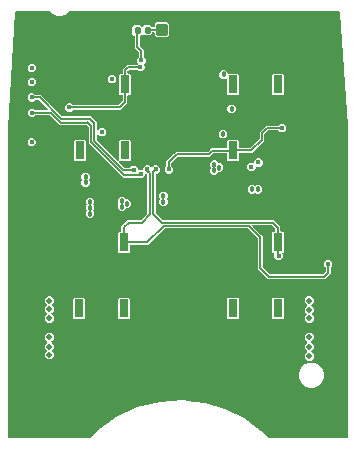
<source format=gbr>
G04 EAGLE Gerber RS-274X export*
G75*
%MOMM*%
%FSLAX34Y34*%
%LPD*%
%INBottom Copper*%
%IPPOS*%
%AMOC8*
5,1,8,0,0,1.08239X$1,22.5*%
G01*
%ADD10R,0.762000X1.524000*%
%ADD11C,0.270000*%
%ADD12C,0.300000*%
%ADD13C,0.457200*%
%ADD14C,0.453200*%
%ADD15C,0.450000*%
%ADD16C,0.503200*%
%ADD17C,0.152400*%

G36*
X72767Y5379D02*
X72767Y5379D01*
X72865Y5388D01*
X72888Y5398D01*
X72912Y5402D01*
X72999Y5449D01*
X73090Y5489D01*
X73113Y5509D01*
X73130Y5518D01*
X73152Y5541D01*
X73218Y5596D01*
X79175Y11794D01*
X95349Y23308D01*
X113378Y31620D01*
X132637Y36443D01*
X152456Y37609D01*
X161018Y36508D01*
X162301Y36343D01*
X171096Y35213D01*
X188078Y30100D01*
X203991Y22273D01*
X218408Y11945D01*
X224543Y5798D01*
X224672Y5669D01*
X224755Y5586D01*
X224829Y5533D01*
X224899Y5473D01*
X224929Y5461D01*
X224955Y5442D01*
X225042Y5415D01*
X225127Y5381D01*
X225168Y5377D01*
X225190Y5370D01*
X225222Y5371D01*
X225294Y5363D01*
X290876Y5363D01*
X290896Y5366D01*
X290915Y5364D01*
X291017Y5386D01*
X291119Y5402D01*
X291136Y5412D01*
X291156Y5416D01*
X291245Y5469D01*
X291336Y5518D01*
X291350Y5532D01*
X291367Y5542D01*
X291434Y5621D01*
X291506Y5696D01*
X291514Y5714D01*
X291527Y5729D01*
X291566Y5825D01*
X291609Y5919D01*
X291611Y5939D01*
X291619Y5957D01*
X291637Y6124D01*
X291637Y269887D01*
X291634Y269908D01*
X291635Y269942D01*
X284730Y365636D01*
X284713Y365705D01*
X284706Y365776D01*
X284685Y365824D01*
X284672Y365875D01*
X284657Y365899D01*
X284651Y366221D01*
X284650Y366228D01*
X284651Y366235D01*
X284650Y366239D01*
X284651Y366246D01*
X284627Y366354D01*
X284607Y366463D01*
X284601Y366474D01*
X284598Y366486D01*
X284542Y366581D01*
X284488Y366678D01*
X284479Y366686D01*
X284472Y366697D01*
X284388Y366769D01*
X284307Y366844D01*
X284295Y366849D01*
X284285Y366857D01*
X284183Y366898D01*
X284082Y366943D01*
X284069Y366944D01*
X284057Y366949D01*
X283890Y366968D01*
X56155Y366968D01*
X56064Y366953D01*
X55974Y366946D01*
X55944Y366933D01*
X55912Y366928D01*
X55831Y366885D01*
X55747Y366849D01*
X55715Y366824D01*
X55694Y366813D01*
X55684Y366802D01*
X55683Y366802D01*
X55670Y366788D01*
X55616Y366745D01*
X53765Y364893D01*
X49869Y363279D01*
X45651Y363279D01*
X41755Y364893D01*
X39904Y366745D01*
X39830Y366798D01*
X39760Y366857D01*
X39730Y366869D01*
X39704Y366888D01*
X39617Y366915D01*
X39532Y366949D01*
X39491Y366954D01*
X39469Y366961D01*
X39437Y366960D01*
X39365Y366968D01*
X11022Y366968D01*
X10903Y366948D01*
X10785Y366930D01*
X10782Y366928D01*
X10779Y366928D01*
X10673Y366871D01*
X10567Y366816D01*
X10565Y366814D01*
X10562Y366813D01*
X10479Y366726D01*
X10396Y366639D01*
X10395Y366637D01*
X10392Y366634D01*
X10342Y366525D01*
X10291Y366417D01*
X10290Y366414D01*
X10289Y366411D01*
X10288Y366400D01*
X10262Y366252D01*
X4364Y267952D01*
X4366Y267934D01*
X4363Y267906D01*
X4363Y6124D01*
X4366Y6104D01*
X4364Y6085D01*
X4386Y5983D01*
X4402Y5881D01*
X4412Y5864D01*
X4416Y5844D01*
X4469Y5755D01*
X4518Y5664D01*
X4532Y5650D01*
X4542Y5633D01*
X4621Y5566D01*
X4696Y5494D01*
X4714Y5486D01*
X4729Y5473D01*
X4825Y5434D01*
X4919Y5391D01*
X4939Y5389D01*
X4957Y5381D01*
X5124Y5363D01*
X72670Y5363D01*
X72767Y5379D01*
G37*
%LPC*%
G36*
X224036Y140074D02*
X224036Y140074D01*
X215450Y148660D01*
X215450Y174228D01*
X215435Y174318D01*
X215428Y174409D01*
X215415Y174439D01*
X215410Y174471D01*
X215367Y174552D01*
X215331Y174635D01*
X215306Y174668D01*
X215295Y174688D01*
X215271Y174710D01*
X215227Y174766D01*
X207043Y182950D01*
X206969Y183003D01*
X206899Y183063D01*
X206869Y183075D01*
X206843Y183094D01*
X206756Y183121D01*
X206671Y183155D01*
X206630Y183159D01*
X206608Y183166D01*
X206576Y183165D01*
X206504Y183173D01*
X137016Y183173D01*
X136926Y183159D01*
X136835Y183151D01*
X136805Y183139D01*
X136773Y183134D01*
X136692Y183091D01*
X136608Y183055D01*
X136576Y183029D01*
X136555Y183018D01*
X136533Y182995D01*
X136477Y182950D01*
X122684Y169157D01*
X107884Y169157D01*
X107864Y169154D01*
X107845Y169156D01*
X107743Y169134D01*
X107641Y169118D01*
X107624Y169108D01*
X107604Y169104D01*
X107515Y169051D01*
X107424Y169002D01*
X107410Y168988D01*
X107393Y168978D01*
X107326Y168899D01*
X107254Y168824D01*
X107246Y168806D01*
X107233Y168791D01*
X107194Y168695D01*
X107151Y168601D01*
X107149Y168581D01*
X107141Y168563D01*
X107123Y168396D01*
X107123Y163044D01*
X106378Y162299D01*
X97706Y162299D01*
X96961Y163044D01*
X96961Y179336D01*
X97706Y180081D01*
X99248Y180081D01*
X99268Y180084D01*
X99287Y180082D01*
X99389Y180104D01*
X99491Y180120D01*
X99508Y180130D01*
X99528Y180134D01*
X99617Y180187D01*
X99708Y180236D01*
X99722Y180250D01*
X99739Y180260D01*
X99806Y180339D01*
X99878Y180414D01*
X99886Y180432D01*
X99899Y180447D01*
X99938Y180543D01*
X99981Y180637D01*
X99983Y180657D01*
X99991Y180675D01*
X100009Y180842D01*
X100009Y184884D01*
X105158Y190033D01*
X115843Y190033D01*
X115933Y190047D01*
X116024Y190055D01*
X116053Y190067D01*
X116085Y190072D01*
X116166Y190115D01*
X116250Y190151D01*
X116282Y190177D01*
X116303Y190188D01*
X116325Y190211D01*
X116381Y190256D01*
X121744Y195619D01*
X121797Y195693D01*
X121857Y195762D01*
X121869Y195793D01*
X121888Y195819D01*
X121915Y195906D01*
X121949Y195991D01*
X121953Y196032D01*
X121960Y196054D01*
X121959Y196086D01*
X121967Y196157D01*
X121967Y228718D01*
X121964Y228738D01*
X121966Y228757D01*
X121944Y228859D01*
X121928Y228961D01*
X121918Y228978D01*
X121914Y228998D01*
X121861Y229087D01*
X121812Y229178D01*
X121798Y229192D01*
X121788Y229209D01*
X121709Y229276D01*
X121634Y229348D01*
X121616Y229356D01*
X121601Y229369D01*
X121505Y229408D01*
X121411Y229451D01*
X121391Y229453D01*
X121373Y229461D01*
X121206Y229479D01*
X121033Y229479D01*
X121013Y229476D01*
X120994Y229478D01*
X120892Y229456D01*
X120790Y229440D01*
X120773Y229430D01*
X120753Y229426D01*
X120664Y229373D01*
X120573Y229324D01*
X120559Y229310D01*
X120542Y229300D01*
X120475Y229221D01*
X120404Y229146D01*
X120395Y229128D01*
X120382Y229113D01*
X120343Y229017D01*
X120300Y228923D01*
X120298Y228903D01*
X120290Y228885D01*
X120272Y228718D01*
X120272Y227950D01*
X118209Y225888D01*
X115281Y225888D01*
X115249Y225911D01*
X115180Y225970D01*
X115150Y225982D01*
X115123Y226001D01*
X115036Y226028D01*
X114952Y226062D01*
X114911Y226067D01*
X114888Y226074D01*
X114856Y226073D01*
X114785Y226081D01*
X101093Y226081D01*
X72173Y255001D01*
X72173Y268843D01*
X72159Y268933D01*
X72151Y269024D01*
X72139Y269053D01*
X72134Y269085D01*
X72091Y269166D01*
X72055Y269250D01*
X72029Y269282D01*
X72018Y269303D01*
X71995Y269325D01*
X71950Y269381D01*
X70984Y270347D01*
X70910Y270400D01*
X70841Y270460D01*
X70810Y270472D01*
X70784Y270491D01*
X70697Y270518D01*
X70612Y270552D01*
X70571Y270556D01*
X70549Y270563D01*
X70517Y270562D01*
X70446Y270570D01*
X47604Y270570D01*
X39405Y278769D01*
X39331Y278822D01*
X39262Y278881D01*
X39232Y278893D01*
X39206Y278912D01*
X39119Y278939D01*
X39034Y278973D01*
X38993Y278978D01*
X38970Y278985D01*
X38938Y278984D01*
X38867Y278992D01*
X27286Y278992D01*
X27196Y278977D01*
X27105Y278970D01*
X27075Y278957D01*
X27043Y278952D01*
X26963Y278909D01*
X26879Y278873D01*
X26847Y278848D01*
X26826Y278837D01*
X26804Y278813D01*
X26748Y278769D01*
X25458Y277479D01*
X22542Y277479D01*
X20479Y279542D01*
X20479Y282458D01*
X22542Y284521D01*
X25458Y284521D01*
X26699Y283280D01*
X26773Y283227D01*
X26842Y283167D01*
X26873Y283155D01*
X26899Y283136D01*
X26986Y283110D01*
X27071Y283076D01*
X27112Y283071D01*
X27134Y283064D01*
X27166Y283065D01*
X27237Y283057D01*
X37230Y283057D01*
X37301Y283069D01*
X37373Y283070D01*
X37422Y283088D01*
X37473Y283097D01*
X37537Y283130D01*
X37604Y283155D01*
X37645Y283187D01*
X37691Y283212D01*
X37740Y283264D01*
X37796Y283309D01*
X37824Y283352D01*
X37860Y283390D01*
X37890Y283455D01*
X37929Y283516D01*
X37942Y283566D01*
X37964Y283613D01*
X37971Y283685D01*
X37989Y283754D01*
X37985Y283806D01*
X37991Y283858D01*
X37975Y283928D01*
X37970Y283999D01*
X37949Y284047D01*
X37938Y284098D01*
X37902Y284160D01*
X37874Y284226D01*
X37829Y284282D01*
X37812Y284309D01*
X37794Y284324D01*
X37769Y284357D01*
X30381Y291744D01*
X30307Y291797D01*
X30238Y291857D01*
X30207Y291869D01*
X30181Y291888D01*
X30094Y291915D01*
X30009Y291949D01*
X29968Y291953D01*
X29946Y291960D01*
X29914Y291959D01*
X29843Y291967D01*
X27262Y291967D01*
X27172Y291953D01*
X27081Y291945D01*
X27051Y291933D01*
X27019Y291928D01*
X26938Y291885D01*
X26854Y291849D01*
X26822Y291823D01*
X26802Y291812D01*
X26779Y291789D01*
X26723Y291744D01*
X25458Y290479D01*
X22542Y290479D01*
X20479Y292542D01*
X20479Y295458D01*
X22542Y297521D01*
X25458Y297521D01*
X26723Y296256D01*
X26797Y296203D01*
X26867Y296143D01*
X26897Y296131D01*
X26923Y296112D01*
X27010Y296085D01*
X27095Y296051D01*
X27136Y296047D01*
X27158Y296040D01*
X27190Y296041D01*
X27262Y296033D01*
X31842Y296033D01*
X49619Y278256D01*
X49693Y278203D01*
X49762Y278143D01*
X49793Y278131D01*
X49819Y278112D01*
X49906Y278085D01*
X49991Y278051D01*
X50032Y278047D01*
X50054Y278040D01*
X50086Y278041D01*
X50157Y278033D01*
X73842Y278033D01*
X79033Y272842D01*
X79033Y267308D01*
X79044Y267237D01*
X79046Y267165D01*
X79064Y267116D01*
X79072Y267065D01*
X79106Y267002D01*
X79131Y266934D01*
X79163Y266894D01*
X79188Y266848D01*
X79240Y266798D01*
X79284Y266742D01*
X79328Y266714D01*
X79366Y266678D01*
X79431Y266648D01*
X79491Y266609D01*
X79542Y266597D01*
X79589Y266575D01*
X79660Y266567D01*
X79730Y266549D01*
X79782Y266553D01*
X79833Y266548D01*
X79904Y266563D01*
X79975Y266568D01*
X80023Y266589D01*
X80074Y266600D01*
X80135Y266637D01*
X80201Y266665D01*
X80257Y266710D01*
X80285Y266726D01*
X80300Y266744D01*
X80332Y266770D01*
X81984Y268421D01*
X84914Y268421D01*
X86985Y266349D01*
X86985Y263419D01*
X84914Y261348D01*
X81984Y261348D01*
X80332Y262999D01*
X80274Y263041D01*
X80222Y263090D01*
X80175Y263112D01*
X80133Y263142D01*
X80064Y263164D01*
X79999Y263194D01*
X79947Y263200D01*
X79897Y263215D01*
X79826Y263213D01*
X79755Y263221D01*
X79704Y263210D01*
X79652Y263208D01*
X79584Y263184D01*
X79514Y263169D01*
X79469Y263142D01*
X79421Y263124D01*
X79365Y263079D01*
X79303Y263042D01*
X79269Y263003D01*
X79229Y262970D01*
X79190Y262910D01*
X79143Y262856D01*
X79124Y262807D01*
X79096Y262763D01*
X79078Y262694D01*
X79051Y262627D01*
X79043Y262556D01*
X79035Y262525D01*
X79037Y262502D01*
X79033Y262461D01*
X79033Y258157D01*
X79047Y258067D01*
X79055Y257976D01*
X79067Y257947D01*
X79072Y257915D01*
X79115Y257834D01*
X79151Y257750D01*
X79177Y257718D01*
X79188Y257697D01*
X79211Y257675D01*
X79256Y257619D01*
X96662Y240213D01*
X96720Y240171D01*
X96772Y240122D01*
X96819Y240100D01*
X96861Y240069D01*
X96930Y240048D01*
X96995Y240018D01*
X97047Y240012D01*
X97097Y239997D01*
X97168Y239999D01*
X97239Y239991D01*
X97290Y240002D01*
X97342Y240003D01*
X97410Y240028D01*
X97480Y240043D01*
X97525Y240070D01*
X97573Y240088D01*
X97629Y240133D01*
X97691Y240169D01*
X97725Y240209D01*
X97765Y240242D01*
X97804Y240302D01*
X97851Y240356D01*
X97870Y240405D01*
X97898Y240449D01*
X97916Y240518D01*
X97943Y240585D01*
X97951Y240656D01*
X97959Y240687D01*
X97957Y240710D01*
X97961Y240751D01*
X97961Y257205D01*
X98706Y257950D01*
X107378Y257950D01*
X108123Y257205D01*
X108123Y240913D01*
X107378Y240168D01*
X98544Y240168D01*
X98474Y240157D01*
X98402Y240155D01*
X98353Y240137D01*
X98302Y240129D01*
X98238Y240095D01*
X98171Y240070D01*
X98130Y240038D01*
X98084Y240013D01*
X98035Y239961D01*
X97979Y239917D01*
X97951Y239873D01*
X97915Y239835D01*
X97885Y239770D01*
X97846Y239710D01*
X97833Y239659D01*
X97811Y239612D01*
X97803Y239541D01*
X97786Y239471D01*
X97790Y239419D01*
X97784Y239368D01*
X97799Y239297D01*
X97805Y239226D01*
X97825Y239178D01*
X97836Y239127D01*
X97873Y239066D01*
X97901Y239000D01*
X97946Y238944D01*
X97962Y238916D01*
X97980Y238901D01*
X98006Y238869D01*
X102117Y234758D01*
X102191Y234705D01*
X102260Y234645D01*
X102290Y234633D01*
X102317Y234614D01*
X102404Y234587D01*
X102488Y234553D01*
X102529Y234549D01*
X102552Y234542D01*
X102584Y234543D01*
X102655Y234535D01*
X106970Y234535D01*
X107060Y234550D01*
X107151Y234557D01*
X107181Y234569D01*
X107213Y234575D01*
X107293Y234617D01*
X107377Y234653D01*
X107409Y234679D01*
X107430Y234690D01*
X107452Y234713D01*
X107508Y234758D01*
X108773Y236023D01*
X111690Y236023D01*
X113752Y233961D01*
X113752Y233227D01*
X113764Y233156D01*
X113766Y233085D01*
X113784Y233036D01*
X113792Y232984D01*
X113826Y232921D01*
X113850Y232854D01*
X113883Y232813D01*
X113907Y232767D01*
X113959Y232717D01*
X114004Y232662D01*
X114048Y232633D01*
X114086Y232598D01*
X114151Y232567D01*
X114211Y232529D01*
X114261Y232516D01*
X114309Y232494D01*
X114380Y232486D01*
X114449Y232468D01*
X114501Y232473D01*
X114553Y232467D01*
X114623Y232482D01*
X114695Y232488D01*
X114742Y232508D01*
X114793Y232519D01*
X114855Y232556D01*
X114921Y232584D01*
X114977Y232629D01*
X115005Y232645D01*
X115020Y232663D01*
X115052Y232689D01*
X115293Y232930D01*
X117718Y232930D01*
X117738Y232933D01*
X117757Y232931D01*
X117859Y232953D01*
X117961Y232969D01*
X117978Y232979D01*
X117998Y232983D01*
X118087Y233036D01*
X118178Y233084D01*
X118192Y233099D01*
X118209Y233109D01*
X118276Y233188D01*
X118348Y233263D01*
X118356Y233281D01*
X118369Y233296D01*
X118408Y233392D01*
X118451Y233486D01*
X118453Y233506D01*
X118461Y233524D01*
X118479Y233691D01*
X118479Y234458D01*
X120542Y236521D01*
X123458Y236521D01*
X124962Y235017D01*
X124978Y235006D01*
X124990Y234990D01*
X125078Y234934D01*
X125161Y234874D01*
X125180Y234868D01*
X125197Y234857D01*
X125298Y234832D01*
X125397Y234801D01*
X125416Y234802D01*
X125436Y234797D01*
X125539Y234805D01*
X125642Y234808D01*
X125661Y234815D01*
X125681Y234816D01*
X125776Y234857D01*
X125873Y234892D01*
X125889Y234905D01*
X125907Y234913D01*
X126038Y235017D01*
X127542Y236521D01*
X130458Y236521D01*
X132521Y234458D01*
X132521Y231542D01*
X130458Y229479D01*
X129794Y229479D01*
X129774Y229476D01*
X129755Y229478D01*
X129653Y229456D01*
X129551Y229440D01*
X129534Y229430D01*
X129514Y229426D01*
X129425Y229373D01*
X129334Y229324D01*
X129320Y229310D01*
X129303Y229300D01*
X129236Y229221D01*
X129164Y229146D01*
X129156Y229128D01*
X129143Y229113D01*
X129104Y229017D01*
X129061Y228923D01*
X129059Y228903D01*
X129051Y228885D01*
X129033Y228718D01*
X129033Y196527D01*
X129047Y196437D01*
X129055Y196346D01*
X129067Y196317D01*
X129072Y196285D01*
X129115Y196204D01*
X129151Y196120D01*
X129177Y196088D01*
X129188Y196067D01*
X129211Y196045D01*
X129256Y195989D01*
X134989Y190256D01*
X135063Y190203D01*
X135132Y190143D01*
X135163Y190131D01*
X135189Y190112D01*
X135276Y190085D01*
X135361Y190051D01*
X135402Y190047D01*
X135424Y190040D01*
X135456Y190041D01*
X135527Y190033D01*
X228842Y190033D01*
X234329Y184546D01*
X234329Y181170D01*
X234332Y181150D01*
X234330Y181131D01*
X234352Y181029D01*
X234368Y180927D01*
X234378Y180910D01*
X234382Y180890D01*
X234435Y180801D01*
X234484Y180710D01*
X234498Y180696D01*
X234508Y180679D01*
X234587Y180612D01*
X234662Y180540D01*
X234680Y180532D01*
X234695Y180519D01*
X234791Y180480D01*
X234885Y180437D01*
X234905Y180435D01*
X234923Y180427D01*
X235090Y180409D01*
X236632Y180409D01*
X237377Y179664D01*
X237377Y163372D01*
X236530Y162525D01*
X236519Y162509D01*
X236503Y162497D01*
X236447Y162409D01*
X236387Y162326D01*
X236381Y162306D01*
X236370Y162290D01*
X236345Y162189D01*
X236314Y162090D01*
X236315Y162070D01*
X236310Y162051D01*
X236318Y161948D01*
X236321Y161845D01*
X236328Y161826D01*
X236329Y161806D01*
X236370Y161711D01*
X236405Y161614D01*
X236418Y161598D01*
X236426Y161580D01*
X236521Y161461D01*
X236521Y158542D01*
X234458Y156479D01*
X231542Y156479D01*
X229479Y158542D01*
X229479Y161509D01*
X229492Y161527D01*
X229513Y161596D01*
X229544Y161661D01*
X229549Y161713D01*
X229565Y161762D01*
X229563Y161834D01*
X229571Y161905D01*
X229560Y161956D01*
X229558Y162008D01*
X229534Y162076D01*
X229518Y162146D01*
X229492Y162190D01*
X229474Y162239D01*
X229429Y162295D01*
X229392Y162357D01*
X229353Y162391D01*
X229320Y162431D01*
X229260Y162470D01*
X229205Y162517D01*
X229157Y162536D01*
X229113Y162564D01*
X229044Y162582D01*
X228977Y162609D01*
X228906Y162617D01*
X228875Y162625D01*
X228851Y162623D01*
X228810Y162627D01*
X227960Y162627D01*
X227215Y163372D01*
X227215Y179664D01*
X227960Y180409D01*
X229502Y180409D01*
X229522Y180412D01*
X229541Y180410D01*
X229643Y180432D01*
X229745Y180448D01*
X229762Y180458D01*
X229782Y180462D01*
X229871Y180515D01*
X229962Y180564D01*
X229976Y180578D01*
X229993Y180588D01*
X230060Y180667D01*
X230132Y180742D01*
X230140Y180760D01*
X230153Y180775D01*
X230192Y180871D01*
X230235Y180965D01*
X230237Y180985D01*
X230245Y181003D01*
X230263Y181170D01*
X230263Y182547D01*
X230249Y182637D01*
X230241Y182728D01*
X230229Y182757D01*
X230224Y182789D01*
X230181Y182870D01*
X230145Y182954D01*
X230119Y182986D01*
X230108Y183007D01*
X230085Y183029D01*
X230040Y183085D01*
X227381Y185744D01*
X227307Y185797D01*
X227238Y185857D01*
X227207Y185869D01*
X227181Y185888D01*
X227094Y185915D01*
X227009Y185949D01*
X226968Y185953D01*
X226946Y185960D01*
X226914Y185959D01*
X226843Y185967D01*
X211613Y185967D01*
X211542Y185956D01*
X211471Y185954D01*
X211422Y185936D01*
X211370Y185928D01*
X211307Y185894D01*
X211240Y185869D01*
X211199Y185837D01*
X211153Y185812D01*
X211104Y185760D01*
X211048Y185716D01*
X211019Y185672D01*
X210984Y185634D01*
X210953Y185569D01*
X210915Y185509D01*
X210902Y185458D01*
X210880Y185411D01*
X210872Y185340D01*
X210854Y185270D01*
X210859Y185218D01*
X210853Y185167D01*
X210868Y185096D01*
X210874Y185025D01*
X210894Y184977D01*
X210905Y184926D01*
X210942Y184865D01*
X210970Y184799D01*
X211015Y184743D01*
X211031Y184715D01*
X211049Y184700D01*
X211075Y184668D01*
X218101Y177641D01*
X219515Y176227D01*
X219515Y150659D01*
X219530Y150569D01*
X219537Y150478D01*
X219550Y150449D01*
X219555Y150417D01*
X219597Y150336D01*
X219633Y150252D01*
X219659Y150220D01*
X219670Y150199D01*
X219693Y150177D01*
X219738Y150121D01*
X225497Y144362D01*
X225571Y144309D01*
X225640Y144250D01*
X225670Y144238D01*
X225697Y144219D01*
X225784Y144192D01*
X225868Y144158D01*
X225909Y144153D01*
X225932Y144146D01*
X225964Y144147D01*
X226035Y144139D01*
X270254Y144139D01*
X270344Y144154D01*
X270435Y144161D01*
X270465Y144174D01*
X270497Y144179D01*
X270578Y144222D01*
X270662Y144257D01*
X270694Y144283D01*
X270714Y144294D01*
X270737Y144318D01*
X270793Y144362D01*
X272744Y146314D01*
X272797Y146388D01*
X272857Y146457D01*
X272869Y146488D01*
X272888Y146514D01*
X272915Y146601D01*
X272949Y146686D01*
X272953Y146727D01*
X272960Y146749D01*
X272959Y146781D01*
X272967Y146852D01*
X272967Y149738D01*
X272953Y149828D01*
X272945Y149919D01*
X272933Y149949D01*
X272928Y149981D01*
X272885Y150062D01*
X272849Y150146D01*
X272823Y150178D01*
X272812Y150198D01*
X272789Y150221D01*
X272744Y150277D01*
X271479Y151542D01*
X271479Y154458D01*
X273542Y156521D01*
X276458Y156521D01*
X278521Y154458D01*
X278521Y151542D01*
X277256Y150277D01*
X277203Y150203D01*
X277143Y150133D01*
X277131Y150103D01*
X277112Y150077D01*
X277085Y149990D01*
X277051Y149905D01*
X277047Y149864D01*
X277040Y149842D01*
X277041Y149810D01*
X277033Y149738D01*
X277033Y144853D01*
X272254Y140074D01*
X224036Y140074D01*
G37*
%LPD*%
%LPC*%
G36*
X54546Y281972D02*
X54546Y281972D01*
X52484Y284034D01*
X52484Y286951D01*
X54546Y289013D01*
X57463Y289013D01*
X58728Y287748D01*
X58802Y287695D01*
X58872Y287635D01*
X58902Y287623D01*
X58928Y287605D01*
X59015Y287578D01*
X59100Y287544D01*
X59141Y287539D01*
X59163Y287532D01*
X59195Y287533D01*
X59266Y287525D01*
X97335Y287525D01*
X97425Y287540D01*
X97516Y287547D01*
X97546Y287560D01*
X97578Y287565D01*
X97658Y287608D01*
X97742Y287643D01*
X97774Y287669D01*
X97795Y287680D01*
X97817Y287703D01*
X97873Y287748D01*
X100786Y290661D01*
X100839Y290735D01*
X100899Y290804D01*
X100911Y290835D01*
X100930Y290861D01*
X100957Y290948D01*
X100991Y291033D01*
X100995Y291074D01*
X101002Y291096D01*
X101001Y291128D01*
X101009Y291199D01*
X101009Y295287D01*
X101006Y295307D01*
X101008Y295326D01*
X100986Y295428D01*
X100970Y295530D01*
X100960Y295547D01*
X100956Y295567D01*
X100903Y295656D01*
X100854Y295747D01*
X100840Y295761D01*
X100830Y295778D01*
X100751Y295845D01*
X100676Y295917D01*
X100658Y295925D01*
X100643Y295938D01*
X100547Y295977D01*
X100453Y296020D01*
X100433Y296022D01*
X100415Y296030D01*
X100248Y296048D01*
X98706Y296048D01*
X97961Y296793D01*
X97961Y313085D01*
X98706Y313830D01*
X100248Y313830D01*
X100268Y313833D01*
X100287Y313831D01*
X100389Y313853D01*
X100491Y313869D01*
X100508Y313879D01*
X100528Y313883D01*
X100617Y313936D01*
X100708Y313985D01*
X100722Y313999D01*
X100739Y314009D01*
X100806Y314088D01*
X100878Y314163D01*
X100886Y314181D01*
X100899Y314196D01*
X100938Y314292D01*
X100981Y314386D01*
X100983Y314406D01*
X100991Y314424D01*
X101009Y314591D01*
X101009Y317884D01*
X104687Y321562D01*
X112846Y321562D01*
X112936Y321577D01*
X113027Y321584D01*
X113057Y321597D01*
X113089Y321602D01*
X113169Y321645D01*
X113253Y321680D01*
X113285Y321706D01*
X113306Y321717D01*
X113328Y321740D01*
X113384Y321785D01*
X113908Y322309D01*
X113920Y322325D01*
X113935Y322338D01*
X113991Y322425D01*
X114051Y322509D01*
X114057Y322528D01*
X114068Y322545D01*
X114093Y322645D01*
X114124Y322744D01*
X114123Y322764D01*
X114128Y322783D01*
X114120Y322886D01*
X114117Y322990D01*
X114111Y323008D01*
X114109Y323028D01*
X114069Y323123D01*
X114033Y323221D01*
X114021Y323236D01*
X114013Y323255D01*
X113908Y323386D01*
X113426Y323868D01*
X113426Y326784D01*
X114691Y328049D01*
X114744Y328123D01*
X114803Y328193D01*
X114815Y328223D01*
X114834Y328249D01*
X114861Y328336D01*
X114895Y328421D01*
X114900Y328462D01*
X114907Y328484D01*
X114906Y328516D01*
X114914Y328588D01*
X114914Y331896D01*
X114899Y331986D01*
X114892Y332077D01*
X114879Y332107D01*
X114874Y332139D01*
X114831Y332220D01*
X114796Y332304D01*
X114770Y332336D01*
X114759Y332356D01*
X114736Y332379D01*
X114691Y332434D01*
X111235Y335890D01*
X111235Y345759D01*
X111221Y345849D01*
X111213Y345940D01*
X111201Y345970D01*
X111196Y346002D01*
X111153Y346083D01*
X111117Y346166D01*
X111091Y346199D01*
X111080Y346219D01*
X111057Y346241D01*
X111012Y346297D01*
X109297Y348012D01*
X109297Y353484D01*
X110832Y355019D01*
X115704Y355019D01*
X117050Y353673D01*
X117066Y353661D01*
X117078Y353645D01*
X117166Y353589D01*
X117249Y353529D01*
X117268Y353523D01*
X117285Y353512D01*
X117386Y353487D01*
X117485Y353457D01*
X117504Y353457D01*
X117524Y353452D01*
X117627Y353460D01*
X117730Y353463D01*
X117749Y353470D01*
X117769Y353471D01*
X117864Y353512D01*
X117961Y353547D01*
X117977Y353560D01*
X117995Y353568D01*
X118126Y353673D01*
X119472Y355019D01*
X124344Y355019D01*
X125851Y353512D01*
X125925Y353459D01*
X125994Y353399D01*
X126024Y353387D01*
X126050Y353368D01*
X126137Y353341D01*
X126222Y353307D01*
X126263Y353303D01*
X126285Y353296D01*
X126318Y353297D01*
X126389Y353289D01*
X127294Y353289D01*
X127314Y353292D01*
X127333Y353290D01*
X127435Y353312D01*
X127537Y353328D01*
X127554Y353338D01*
X127574Y353342D01*
X127663Y353395D01*
X127754Y353444D01*
X127768Y353458D01*
X127785Y353468D01*
X127852Y353547D01*
X127924Y353622D01*
X127932Y353640D01*
X127945Y353655D01*
X127984Y353751D01*
X128027Y353845D01*
X128029Y353865D01*
X128037Y353883D01*
X128055Y354050D01*
X128055Y355904D01*
X129678Y357527D01*
X138974Y357527D01*
X140597Y355904D01*
X140597Y346608D01*
X138974Y344985D01*
X129678Y344985D01*
X128055Y346608D01*
X128055Y348462D01*
X128052Y348482D01*
X128054Y348501D01*
X128032Y348603D01*
X128016Y348705D01*
X128006Y348722D01*
X128002Y348742D01*
X127949Y348831D01*
X127900Y348922D01*
X127886Y348936D01*
X127876Y348953D01*
X127797Y349020D01*
X127722Y349092D01*
X127704Y349100D01*
X127689Y349113D01*
X127593Y349152D01*
X127499Y349195D01*
X127479Y349197D01*
X127461Y349205D01*
X127294Y349223D01*
X126640Y349223D01*
X126620Y349220D01*
X126601Y349222D01*
X126499Y349200D01*
X126397Y349184D01*
X126380Y349174D01*
X126360Y349170D01*
X126271Y349117D01*
X126180Y349068D01*
X126166Y349054D01*
X126149Y349044D01*
X126082Y348965D01*
X126010Y348890D01*
X126002Y348872D01*
X125989Y348857D01*
X125950Y348761D01*
X125907Y348667D01*
X125905Y348647D01*
X125897Y348629D01*
X125879Y348462D01*
X125879Y348012D01*
X124344Y346477D01*
X119472Y346477D01*
X118126Y347823D01*
X118110Y347835D01*
X118098Y347851D01*
X118010Y347907D01*
X117927Y347967D01*
X117908Y347973D01*
X117891Y347984D01*
X117790Y348009D01*
X117691Y348039D01*
X117672Y348039D01*
X117652Y348044D01*
X117549Y348036D01*
X117446Y348033D01*
X117427Y348026D01*
X117407Y348025D01*
X117312Y347984D01*
X117215Y347949D01*
X117199Y347936D01*
X117181Y347928D01*
X117050Y347823D01*
X115524Y346297D01*
X115471Y346223D01*
X115411Y346154D01*
X115399Y346124D01*
X115380Y346098D01*
X115353Y346011D01*
X115319Y345926D01*
X115315Y345885D01*
X115308Y345863D01*
X115309Y345830D01*
X115301Y345759D01*
X115301Y337889D01*
X115315Y337799D01*
X115323Y337708D01*
X115335Y337679D01*
X115340Y337647D01*
X115383Y337566D01*
X115419Y337482D01*
X115445Y337450D01*
X115456Y337429D01*
X115479Y337407D01*
X115524Y337351D01*
X118979Y333896D01*
X118979Y328588D01*
X118994Y328498D01*
X119001Y328407D01*
X119014Y328377D01*
X119019Y328345D01*
X119062Y328264D01*
X119097Y328180D01*
X119123Y328148D01*
X119134Y328128D01*
X119157Y328105D01*
X119202Y328049D01*
X120467Y326784D01*
X120467Y323868D01*
X119146Y322547D01*
X119134Y322530D01*
X119119Y322518D01*
X119063Y322431D01*
X119003Y322347D01*
X118997Y322328D01*
X118986Y322311D01*
X118961Y322211D01*
X118930Y322112D01*
X118931Y322092D01*
X118926Y322073D01*
X118934Y321970D01*
X118937Y321866D01*
X118943Y321847D01*
X118945Y321827D01*
X118985Y321732D01*
X119021Y321635D01*
X119033Y321619D01*
X119041Y321601D01*
X119146Y321470D01*
X119628Y320988D01*
X119628Y318071D01*
X117566Y316009D01*
X114649Y316009D01*
X113384Y317274D01*
X113310Y317327D01*
X113241Y317386D01*
X113211Y317399D01*
X113184Y317417D01*
X113097Y317444D01*
X113013Y317478D01*
X112972Y317483D01*
X112949Y317490D01*
X112917Y317489D01*
X112846Y317497D01*
X106687Y317497D01*
X106597Y317482D01*
X106506Y317475D01*
X106476Y317462D01*
X106444Y317457D01*
X106363Y317414D01*
X106280Y317379D01*
X106247Y317353D01*
X106227Y317342D01*
X106207Y317322D01*
X106205Y317320D01*
X106200Y317315D01*
X106149Y317274D01*
X105298Y316423D01*
X105245Y316349D01*
X105185Y316280D01*
X105173Y316249D01*
X105154Y316223D01*
X105127Y316136D01*
X105093Y316051D01*
X105089Y316010D01*
X105082Y315988D01*
X105083Y315956D01*
X105075Y315885D01*
X105075Y314591D01*
X105078Y314571D01*
X105076Y314552D01*
X105098Y314450D01*
X105114Y314348D01*
X105124Y314331D01*
X105128Y314311D01*
X105181Y314222D01*
X105230Y314131D01*
X105244Y314117D01*
X105254Y314100D01*
X105333Y314033D01*
X105408Y313961D01*
X105426Y313953D01*
X105441Y313940D01*
X105537Y313901D01*
X105631Y313858D01*
X105651Y313856D01*
X105669Y313848D01*
X105836Y313830D01*
X107378Y313830D01*
X108123Y313085D01*
X108123Y296793D01*
X107378Y296048D01*
X105836Y296048D01*
X105816Y296045D01*
X105797Y296047D01*
X105695Y296025D01*
X105593Y296009D01*
X105576Y295999D01*
X105556Y295995D01*
X105467Y295942D01*
X105376Y295893D01*
X105362Y295879D01*
X105345Y295869D01*
X105278Y295790D01*
X105206Y295715D01*
X105198Y295697D01*
X105185Y295682D01*
X105146Y295586D01*
X105103Y295492D01*
X105101Y295472D01*
X105093Y295454D01*
X105075Y295287D01*
X105075Y289200D01*
X99334Y283460D01*
X59266Y283460D01*
X59176Y283445D01*
X59085Y283438D01*
X59056Y283425D01*
X59024Y283420D01*
X58943Y283377D01*
X58859Y283341D01*
X58827Y283316D01*
X58806Y283305D01*
X58784Y283281D01*
X58728Y283237D01*
X57463Y281972D01*
X54546Y281972D01*
G37*
%LPD*%
%LPC*%
G36*
X138542Y229479D02*
X138542Y229479D01*
X136479Y231542D01*
X136479Y234458D01*
X137744Y235723D01*
X137797Y235797D01*
X137857Y235867D01*
X137869Y235897D01*
X137888Y235923D01*
X137915Y236010D01*
X137949Y236095D01*
X137953Y236136D01*
X137960Y236158D01*
X137959Y236190D01*
X137967Y236262D01*
X137967Y239842D01*
X144538Y246413D01*
X145952Y247827D01*
X172637Y247827D01*
X172727Y247841D01*
X172818Y247849D01*
X172847Y247861D01*
X172879Y247866D01*
X172960Y247909D01*
X173044Y247945D01*
X173076Y247971D01*
X173097Y247982D01*
X173119Y248005D01*
X173175Y248050D01*
X174744Y249619D01*
X176158Y251033D01*
X188474Y251033D01*
X188494Y251036D01*
X188513Y251034D01*
X188615Y251056D01*
X188717Y251072D01*
X188734Y251082D01*
X188754Y251086D01*
X188843Y251139D01*
X188934Y251188D01*
X188948Y251202D01*
X188965Y251212D01*
X189032Y251291D01*
X189104Y251366D01*
X189112Y251384D01*
X189125Y251399D01*
X189164Y251495D01*
X189207Y251589D01*
X189209Y251609D01*
X189217Y251627D01*
X189235Y251794D01*
X189235Y257214D01*
X189980Y257959D01*
X198652Y257959D01*
X199397Y257214D01*
X199397Y251862D01*
X199400Y251842D01*
X199398Y251823D01*
X199420Y251721D01*
X199436Y251619D01*
X199446Y251602D01*
X199450Y251582D01*
X199503Y251493D01*
X199552Y251402D01*
X199566Y251388D01*
X199576Y251371D01*
X199655Y251304D01*
X199730Y251232D01*
X199748Y251224D01*
X199763Y251211D01*
X199859Y251172D01*
X199953Y251129D01*
X199973Y251127D01*
X199991Y251119D01*
X200158Y251101D01*
X208911Y251101D01*
X209001Y251115D01*
X209092Y251123D01*
X209121Y251135D01*
X209153Y251140D01*
X209234Y251183D01*
X209318Y251219D01*
X209350Y251245D01*
X209371Y251256D01*
X209393Y251279D01*
X209449Y251324D01*
X216744Y258619D01*
X216797Y258693D01*
X216857Y258762D01*
X216869Y258793D01*
X216888Y258819D01*
X216915Y258906D01*
X216949Y258991D01*
X216953Y259032D01*
X216960Y259054D01*
X216959Y259086D01*
X216967Y259157D01*
X216967Y264842D01*
X222158Y270033D01*
X232738Y270033D01*
X232828Y270047D01*
X232919Y270055D01*
X232949Y270067D01*
X232981Y270072D01*
X233062Y270115D01*
X233146Y270151D01*
X233178Y270177D01*
X233198Y270188D01*
X233221Y270211D01*
X233277Y270256D01*
X234542Y271521D01*
X237458Y271521D01*
X239521Y269458D01*
X239521Y266542D01*
X237458Y264479D01*
X234542Y264479D01*
X233277Y265744D01*
X233203Y265797D01*
X233133Y265857D01*
X233103Y265869D01*
X233077Y265888D01*
X232990Y265915D01*
X232905Y265949D01*
X232864Y265953D01*
X232842Y265960D01*
X232810Y265959D01*
X232738Y265967D01*
X224157Y265967D01*
X224067Y265953D01*
X223976Y265945D01*
X223947Y265933D01*
X223915Y265928D01*
X223834Y265885D01*
X223750Y265849D01*
X223718Y265823D01*
X223697Y265812D01*
X223675Y265789D01*
X223619Y265744D01*
X221256Y263381D01*
X221203Y263307D01*
X221143Y263238D01*
X221131Y263207D01*
X221112Y263181D01*
X221085Y263094D01*
X221051Y263009D01*
X221047Y262968D01*
X221040Y262946D01*
X221041Y262914D01*
X221033Y262843D01*
X221033Y257158D01*
X210910Y247035D01*
X200158Y247035D01*
X200138Y247032D01*
X200119Y247034D01*
X200017Y247012D01*
X199915Y246996D01*
X199898Y246986D01*
X199878Y246982D01*
X199789Y246929D01*
X199698Y246880D01*
X199684Y246866D01*
X199667Y246856D01*
X199600Y246777D01*
X199528Y246702D01*
X199520Y246684D01*
X199507Y246669D01*
X199468Y246573D01*
X199425Y246479D01*
X199423Y246459D01*
X199415Y246441D01*
X199397Y246274D01*
X199397Y240922D01*
X198652Y240177D01*
X189980Y240177D01*
X189235Y240922D01*
X189235Y246206D01*
X189232Y246226D01*
X189234Y246245D01*
X189212Y246347D01*
X189196Y246449D01*
X189186Y246466D01*
X189182Y246486D01*
X189129Y246575D01*
X189080Y246666D01*
X189066Y246680D01*
X189056Y246697D01*
X188977Y246764D01*
X188902Y246836D01*
X188884Y246844D01*
X188869Y246857D01*
X188773Y246896D01*
X188679Y246939D01*
X188659Y246941D01*
X188641Y246949D01*
X188474Y246967D01*
X178157Y246967D01*
X178067Y246953D01*
X177976Y246945D01*
X177947Y246933D01*
X177915Y246928D01*
X177834Y246885D01*
X177750Y246849D01*
X177718Y246823D01*
X177697Y246812D01*
X177675Y246789D01*
X177619Y246744D01*
X176050Y245175D01*
X174636Y243761D01*
X147951Y243761D01*
X147861Y243747D01*
X147770Y243739D01*
X147741Y243727D01*
X147709Y243722D01*
X147628Y243679D01*
X147544Y243643D01*
X147512Y243617D01*
X147491Y243606D01*
X147469Y243583D01*
X147413Y243538D01*
X142256Y238381D01*
X142203Y238307D01*
X142143Y238238D01*
X142131Y238207D01*
X142112Y238181D01*
X142085Y238094D01*
X142051Y238009D01*
X142047Y237968D01*
X142040Y237946D01*
X142041Y237914D01*
X142033Y237843D01*
X142033Y236262D01*
X142047Y236172D01*
X142055Y236081D01*
X142067Y236051D01*
X142072Y236019D01*
X142115Y235938D01*
X142151Y235854D01*
X142177Y235822D01*
X142188Y235802D01*
X142211Y235779D01*
X142256Y235723D01*
X143521Y234458D01*
X143521Y231542D01*
X141458Y229479D01*
X138542Y229479D01*
G37*
%LPD*%
%LPC*%
G36*
X258651Y48279D02*
X258651Y48279D01*
X254755Y49893D01*
X251773Y52875D01*
X250159Y56771D01*
X250159Y60989D01*
X251773Y64885D01*
X254755Y67867D01*
X258651Y69481D01*
X262869Y69481D01*
X266765Y67867D01*
X269747Y64885D01*
X271361Y60989D01*
X271361Y56771D01*
X269747Y52875D01*
X266765Y49893D01*
X262869Y48279D01*
X258651Y48279D01*
G37*
%LPD*%
%LPC*%
G36*
X189980Y296057D02*
X189980Y296057D01*
X189235Y296802D01*
X189235Y309263D01*
X189224Y309334D01*
X189222Y309406D01*
X189204Y309454D01*
X189196Y309506D01*
X189162Y309569D01*
X189137Y309637D01*
X189105Y309677D01*
X189080Y309723D01*
X189028Y309773D01*
X188984Y309829D01*
X188940Y309857D01*
X188902Y309893D01*
X188837Y309923D01*
X188777Y309962D01*
X188726Y309974D01*
X188679Y309996D01*
X188608Y310004D01*
X188538Y310022D01*
X188486Y310018D01*
X188435Y310023D01*
X188364Y310008D01*
X188293Y310003D01*
X188245Y309982D01*
X188194Y309971D01*
X188133Y309934D01*
X188067Y309906D01*
X188018Y309867D01*
X185055Y309867D01*
X182972Y311951D01*
X182972Y314897D01*
X185055Y316981D01*
X188002Y316981D01*
X190085Y314897D01*
X190085Y314600D01*
X190088Y314580D01*
X190086Y314561D01*
X190108Y314459D01*
X190125Y314357D01*
X190134Y314340D01*
X190138Y314320D01*
X190192Y314231D01*
X190240Y314140D01*
X190254Y314126D01*
X190265Y314109D01*
X190343Y314042D01*
X190418Y313970D01*
X190436Y313962D01*
X190451Y313949D01*
X190548Y313910D01*
X190641Y313867D01*
X190661Y313865D01*
X190680Y313857D01*
X190846Y313839D01*
X198652Y313839D01*
X199397Y313094D01*
X199397Y296802D01*
X198652Y296057D01*
X189980Y296057D01*
G37*
%LPD*%
%LPC*%
G36*
X228080Y296057D02*
X228080Y296057D01*
X227335Y296802D01*
X227335Y313094D01*
X228080Y313839D01*
X236752Y313839D01*
X237497Y313094D01*
X237497Y296802D01*
X236752Y296057D01*
X228080Y296057D01*
G37*
%LPD*%
%LPC*%
G36*
X60606Y240168D02*
X60606Y240168D01*
X59861Y240913D01*
X59861Y257205D01*
X60606Y257950D01*
X69278Y257950D01*
X70023Y257205D01*
X70023Y240913D01*
X69278Y240168D01*
X60606Y240168D01*
G37*
%LPD*%
%LPC*%
G36*
X227960Y106747D02*
X227960Y106747D01*
X227215Y107492D01*
X227215Y123784D01*
X227960Y124529D01*
X236632Y124529D01*
X237377Y123784D01*
X237377Y107492D01*
X236632Y106747D01*
X227960Y106747D01*
G37*
%LPD*%
%LPC*%
G36*
X189860Y106747D02*
X189860Y106747D01*
X189115Y107492D01*
X189115Y123784D01*
X189860Y124529D01*
X198532Y124529D01*
X199277Y123784D01*
X199277Y107492D01*
X198532Y106747D01*
X189860Y106747D01*
G37*
%LPD*%
%LPC*%
G36*
X97706Y106419D02*
X97706Y106419D01*
X96961Y107164D01*
X96961Y123456D01*
X97706Y124201D01*
X106378Y124201D01*
X107123Y123456D01*
X107123Y107164D01*
X106378Y106419D01*
X97706Y106419D01*
G37*
%LPD*%
%LPC*%
G36*
X59606Y106419D02*
X59606Y106419D01*
X58861Y107164D01*
X58861Y123456D01*
X59606Y124201D01*
X68278Y124201D01*
X69023Y123456D01*
X69023Y107164D01*
X68278Y106419D01*
X59606Y106419D01*
G37*
%LPD*%
%LPC*%
G36*
X257431Y71213D02*
X257431Y71213D01*
X255213Y73431D01*
X255213Y76569D01*
X257106Y78462D01*
X257118Y78478D01*
X257134Y78490D01*
X257190Y78578D01*
X257250Y78661D01*
X257256Y78680D01*
X257267Y78697D01*
X257292Y78798D01*
X257322Y78897D01*
X257322Y78916D01*
X257327Y78936D01*
X257319Y79039D01*
X257316Y79142D01*
X257309Y79161D01*
X257308Y79181D01*
X257267Y79276D01*
X257232Y79373D01*
X257219Y79389D01*
X257211Y79407D01*
X257106Y79538D01*
X255213Y81431D01*
X255213Y84569D01*
X257106Y86462D01*
X257118Y86478D01*
X257134Y86490D01*
X257190Y86578D01*
X257250Y86661D01*
X257256Y86680D01*
X257267Y86697D01*
X257292Y86798D01*
X257322Y86897D01*
X257322Y86916D01*
X257327Y86936D01*
X257319Y87039D01*
X257316Y87142D01*
X257309Y87161D01*
X257308Y87181D01*
X257267Y87276D01*
X257232Y87373D01*
X257219Y87389D01*
X257211Y87407D01*
X257106Y87538D01*
X255213Y89431D01*
X255213Y92569D01*
X257431Y94787D01*
X260569Y94787D01*
X262787Y92569D01*
X262787Y89431D01*
X260894Y87538D01*
X260882Y87522D01*
X260866Y87510D01*
X260810Y87422D01*
X260750Y87339D01*
X260744Y87320D01*
X260733Y87303D01*
X260708Y87202D01*
X260678Y87103D01*
X260678Y87084D01*
X260673Y87064D01*
X260681Y86961D01*
X260684Y86858D01*
X260691Y86839D01*
X260692Y86819D01*
X260733Y86724D01*
X260768Y86627D01*
X260781Y86611D01*
X260789Y86593D01*
X260894Y86462D01*
X262787Y84569D01*
X262787Y81431D01*
X260894Y79538D01*
X260882Y79522D01*
X260866Y79510D01*
X260810Y79422D01*
X260750Y79339D01*
X260744Y79320D01*
X260733Y79303D01*
X260708Y79202D01*
X260678Y79103D01*
X260678Y79084D01*
X260673Y79064D01*
X260681Y78961D01*
X260684Y78858D01*
X260691Y78839D01*
X260692Y78819D01*
X260733Y78724D01*
X260768Y78627D01*
X260781Y78611D01*
X260789Y78593D01*
X260894Y78462D01*
X262787Y76569D01*
X262787Y73431D01*
X260569Y71213D01*
X257431Y71213D01*
G37*
%LPD*%
%LPC*%
G36*
X37431Y103213D02*
X37431Y103213D01*
X35213Y105431D01*
X35213Y108569D01*
X37106Y110462D01*
X37118Y110478D01*
X37134Y110490D01*
X37190Y110578D01*
X37250Y110661D01*
X37256Y110680D01*
X37267Y110697D01*
X37292Y110798D01*
X37322Y110897D01*
X37322Y110916D01*
X37327Y110936D01*
X37319Y111039D01*
X37316Y111142D01*
X37309Y111161D01*
X37308Y111181D01*
X37267Y111276D01*
X37232Y111373D01*
X37219Y111389D01*
X37211Y111407D01*
X37106Y111538D01*
X35213Y113431D01*
X35213Y116569D01*
X36606Y117962D01*
X36618Y117978D01*
X36634Y117990D01*
X36690Y118078D01*
X36750Y118161D01*
X36756Y118180D01*
X36767Y118197D01*
X36792Y118298D01*
X36822Y118397D01*
X36822Y118416D01*
X36827Y118436D01*
X36819Y118539D01*
X36816Y118642D01*
X36809Y118661D01*
X36808Y118681D01*
X36767Y118776D01*
X36732Y118873D01*
X36719Y118889D01*
X36711Y118907D01*
X36606Y119038D01*
X35213Y120431D01*
X35213Y123569D01*
X37431Y125787D01*
X40569Y125787D01*
X42787Y123569D01*
X42787Y120431D01*
X41394Y119038D01*
X41382Y119022D01*
X41366Y119010D01*
X41310Y118922D01*
X41250Y118839D01*
X41244Y118820D01*
X41233Y118803D01*
X41208Y118702D01*
X41178Y118603D01*
X41178Y118584D01*
X41173Y118564D01*
X41181Y118461D01*
X41184Y118358D01*
X41191Y118339D01*
X41192Y118319D01*
X41233Y118224D01*
X41268Y118127D01*
X41281Y118111D01*
X41289Y118093D01*
X41394Y117962D01*
X42787Y116569D01*
X42787Y113431D01*
X40894Y111538D01*
X40882Y111522D01*
X40866Y111510D01*
X40810Y111422D01*
X40750Y111339D01*
X40744Y111320D01*
X40733Y111303D01*
X40708Y111202D01*
X40678Y111103D01*
X40678Y111084D01*
X40673Y111064D01*
X40681Y110961D01*
X40684Y110858D01*
X40691Y110839D01*
X40692Y110819D01*
X40733Y110724D01*
X40768Y110627D01*
X40781Y110611D01*
X40789Y110593D01*
X40894Y110462D01*
X42787Y108569D01*
X42787Y105431D01*
X40569Y103213D01*
X37431Y103213D01*
G37*
%LPD*%
%LPC*%
G36*
X37431Y72213D02*
X37431Y72213D01*
X35213Y74431D01*
X35213Y77569D01*
X36606Y78962D01*
X36618Y78978D01*
X36634Y78990D01*
X36690Y79078D01*
X36750Y79161D01*
X36756Y79180D01*
X36767Y79197D01*
X36792Y79298D01*
X36822Y79397D01*
X36822Y79416D01*
X36827Y79436D01*
X36819Y79539D01*
X36816Y79642D01*
X36809Y79661D01*
X36808Y79681D01*
X36767Y79776D01*
X36732Y79873D01*
X36719Y79889D01*
X36711Y79907D01*
X36606Y80038D01*
X35213Y81431D01*
X35213Y84569D01*
X37106Y86462D01*
X37118Y86478D01*
X37134Y86490D01*
X37190Y86578D01*
X37250Y86661D01*
X37256Y86680D01*
X37267Y86697D01*
X37292Y86798D01*
X37322Y86897D01*
X37322Y86916D01*
X37327Y86936D01*
X37319Y87039D01*
X37316Y87142D01*
X37309Y87161D01*
X37308Y87181D01*
X37267Y87276D01*
X37232Y87373D01*
X37219Y87389D01*
X37211Y87407D01*
X37106Y87538D01*
X35213Y89431D01*
X35213Y92569D01*
X37431Y94787D01*
X40569Y94787D01*
X42787Y92569D01*
X42787Y89431D01*
X40894Y87538D01*
X40882Y87522D01*
X40866Y87510D01*
X40810Y87422D01*
X40750Y87339D01*
X40744Y87320D01*
X40733Y87303D01*
X40708Y87202D01*
X40678Y87103D01*
X40678Y87084D01*
X40673Y87064D01*
X40681Y86961D01*
X40684Y86858D01*
X40691Y86839D01*
X40692Y86819D01*
X40733Y86724D01*
X40768Y86627D01*
X40781Y86611D01*
X40789Y86593D01*
X40894Y86462D01*
X42787Y84569D01*
X42787Y81431D01*
X41394Y80038D01*
X41382Y80022D01*
X41366Y80010D01*
X41310Y79922D01*
X41250Y79839D01*
X41244Y79820D01*
X41233Y79803D01*
X41208Y79702D01*
X41178Y79603D01*
X41178Y79584D01*
X41173Y79564D01*
X41181Y79461D01*
X41184Y79358D01*
X41191Y79339D01*
X41192Y79319D01*
X41233Y79224D01*
X41268Y79127D01*
X41281Y79111D01*
X41289Y79093D01*
X41394Y78962D01*
X42787Y77569D01*
X42787Y74431D01*
X40569Y72213D01*
X37431Y72213D01*
G37*
%LPD*%
%LPC*%
G36*
X257431Y103213D02*
X257431Y103213D01*
X255213Y105431D01*
X255213Y108569D01*
X256606Y109962D01*
X256618Y109978D01*
X256634Y109990D01*
X256690Y110078D01*
X256750Y110161D01*
X256756Y110180D01*
X256767Y110197D01*
X256792Y110298D01*
X256822Y110397D01*
X256822Y110416D01*
X256827Y110436D01*
X256819Y110539D01*
X256816Y110642D01*
X256809Y110661D01*
X256808Y110681D01*
X256767Y110776D01*
X256732Y110873D01*
X256719Y110889D01*
X256711Y110907D01*
X256606Y111038D01*
X255213Y112431D01*
X255213Y115569D01*
X257106Y117462D01*
X257118Y117478D01*
X257134Y117490D01*
X257190Y117578D01*
X257250Y117661D01*
X257256Y117680D01*
X257267Y117697D01*
X257292Y117798D01*
X257322Y117897D01*
X257322Y117916D01*
X257327Y117936D01*
X257319Y118039D01*
X257316Y118142D01*
X257309Y118161D01*
X257308Y118181D01*
X257267Y118276D01*
X257232Y118373D01*
X257219Y118389D01*
X257211Y118407D01*
X257122Y118518D01*
X257122Y118519D01*
X257106Y118538D01*
X255213Y120431D01*
X255213Y123569D01*
X257431Y125787D01*
X260569Y125787D01*
X262787Y123569D01*
X262787Y120431D01*
X260894Y118538D01*
X260882Y118522D01*
X260866Y118510D01*
X260835Y118461D01*
X260830Y118456D01*
X260826Y118446D01*
X260810Y118422D01*
X260750Y118339D01*
X260744Y118320D01*
X260733Y118303D01*
X260708Y118202D01*
X260678Y118103D01*
X260678Y118084D01*
X260673Y118064D01*
X260681Y117961D01*
X260684Y117858D01*
X260691Y117839D01*
X260692Y117819D01*
X260733Y117724D01*
X260768Y117627D01*
X260781Y117611D01*
X260789Y117593D01*
X260894Y117462D01*
X262787Y115569D01*
X262787Y112431D01*
X261394Y111038D01*
X261382Y111022D01*
X261366Y111010D01*
X261310Y110922D01*
X261250Y110839D01*
X261244Y110820D01*
X261233Y110803D01*
X261208Y110702D01*
X261178Y110603D01*
X261178Y110584D01*
X261173Y110564D01*
X261181Y110461D01*
X261184Y110358D01*
X261191Y110339D01*
X261192Y110319D01*
X261233Y110224D01*
X261268Y110127D01*
X261281Y110111D01*
X261289Y110093D01*
X261394Y109962D01*
X262787Y108569D01*
X262787Y105431D01*
X260569Y103213D01*
X257431Y103213D01*
G37*
%LPD*%
%LPC*%
G36*
X71916Y191948D02*
X71916Y191948D01*
X69832Y194032D01*
X69832Y196978D01*
X70321Y197467D01*
X70332Y197483D01*
X70348Y197495D01*
X70404Y197582D01*
X70464Y197666D01*
X70470Y197685D01*
X70481Y197702D01*
X70506Y197803D01*
X70537Y197902D01*
X70536Y197921D01*
X70541Y197941D01*
X70533Y198044D01*
X70530Y198147D01*
X70523Y198166D01*
X70522Y198186D01*
X70481Y198281D01*
X70446Y198378D01*
X70433Y198394D01*
X70426Y198412D01*
X70321Y198543D01*
X69832Y199032D01*
X69832Y201978D01*
X70321Y202467D01*
X70332Y202483D01*
X70348Y202495D01*
X70404Y202583D01*
X70464Y202666D01*
X70470Y202685D01*
X70481Y202702D01*
X70506Y202803D01*
X70537Y202902D01*
X70536Y202921D01*
X70541Y202941D01*
X70533Y203044D01*
X70530Y203147D01*
X70523Y203166D01*
X70522Y203186D01*
X70481Y203281D01*
X70446Y203378D01*
X70433Y203394D01*
X70426Y203412D01*
X70321Y203543D01*
X69832Y204032D01*
X69832Y206978D01*
X71916Y209062D01*
X74862Y209062D01*
X76946Y206978D01*
X76946Y204032D01*
X76457Y203543D01*
X76446Y203527D01*
X76430Y203515D01*
X76374Y203427D01*
X76314Y203344D01*
X76308Y203325D01*
X76297Y203308D01*
X76272Y203207D01*
X76241Y203108D01*
X76242Y203089D01*
X76237Y203069D01*
X76245Y202966D01*
X76248Y202863D01*
X76255Y202844D01*
X76256Y202824D01*
X76297Y202729D01*
X76332Y202632D01*
X76345Y202616D01*
X76352Y202598D01*
X76457Y202467D01*
X76946Y201978D01*
X76946Y199032D01*
X76457Y198543D01*
X76446Y198527D01*
X76430Y198515D01*
X76374Y198427D01*
X76314Y198344D01*
X76308Y198325D01*
X76297Y198308D01*
X76272Y198207D01*
X76241Y198108D01*
X76242Y198089D01*
X76237Y198069D01*
X76245Y197966D01*
X76248Y197863D01*
X76255Y197844D01*
X76256Y197824D01*
X76297Y197729D01*
X76332Y197632D01*
X76345Y197616D01*
X76352Y197598D01*
X76457Y197467D01*
X76946Y196978D01*
X76946Y194032D01*
X74862Y191948D01*
X71916Y191948D01*
G37*
%LPD*%
%LPC*%
G36*
X177054Y228606D02*
X177054Y228606D01*
X174971Y230690D01*
X174971Y233636D01*
X175454Y234119D01*
X175466Y234136D01*
X175481Y234148D01*
X175537Y234235D01*
X175598Y234319D01*
X175604Y234338D01*
X175614Y234355D01*
X175640Y234455D01*
X175670Y234554D01*
X175670Y234574D01*
X175674Y234594D01*
X175666Y234697D01*
X175664Y234800D01*
X175657Y234819D01*
X175655Y234839D01*
X175615Y234934D01*
X175579Y235031D01*
X175567Y235047D01*
X175559Y235065D01*
X175454Y235196D01*
X175068Y235583D01*
X175068Y238529D01*
X177151Y240613D01*
X180098Y240613D01*
X182290Y238420D01*
X182336Y238333D01*
X182350Y238320D01*
X182361Y238303D01*
X182439Y238235D01*
X182514Y238164D01*
X182532Y238156D01*
X182548Y238143D01*
X182644Y238104D01*
X182737Y238060D01*
X182757Y238058D01*
X182776Y238051D01*
X182942Y238032D01*
X184204Y238032D01*
X186287Y235949D01*
X186287Y233002D01*
X184204Y230919D01*
X182629Y230919D01*
X182539Y230904D01*
X182448Y230897D01*
X182418Y230884D01*
X182386Y230879D01*
X182305Y230836D01*
X182221Y230801D01*
X182189Y230775D01*
X182169Y230764D01*
X182146Y230741D01*
X182091Y230696D01*
X180001Y228606D01*
X177054Y228606D01*
G37*
%LPD*%
%LPC*%
G36*
X98777Y198005D02*
X98777Y198005D01*
X96693Y200088D01*
X96693Y203035D01*
X97116Y203458D01*
X97127Y203474D01*
X97143Y203486D01*
X97199Y203573D01*
X97259Y203657D01*
X97265Y203676D01*
X97276Y203693D01*
X97301Y203793D01*
X97332Y203892D01*
X97331Y203912D01*
X97336Y203932D01*
X97328Y204035D01*
X97325Y204138D01*
X97318Y204157D01*
X97317Y204177D01*
X97276Y204272D01*
X97241Y204369D01*
X97228Y204385D01*
X97221Y204403D01*
X97116Y204534D01*
X96662Y204988D01*
X96662Y207934D01*
X98746Y210018D01*
X101692Y210018D01*
X103859Y207851D01*
X103933Y207798D01*
X104002Y207739D01*
X104032Y207726D01*
X104058Y207708D01*
X104145Y207681D01*
X104230Y207647D01*
X104271Y207642D01*
X104293Y207635D01*
X104326Y207636D01*
X104397Y207628D01*
X105858Y207628D01*
X107941Y205545D01*
X107941Y202598D01*
X105858Y200515D01*
X104548Y200515D01*
X104458Y200500D01*
X104367Y200493D01*
X104337Y200480D01*
X104305Y200475D01*
X104225Y200432D01*
X104141Y200397D01*
X104109Y200371D01*
X104088Y200360D01*
X104066Y200337D01*
X104010Y200292D01*
X101723Y198005D01*
X98777Y198005D01*
G37*
%LPD*%
%LPC*%
G36*
X208542Y231479D02*
X208542Y231479D01*
X206479Y233542D01*
X206479Y236458D01*
X208542Y238521D01*
X211718Y238521D01*
X211738Y238524D01*
X211757Y238522D01*
X211859Y238544D01*
X211961Y238560D01*
X211978Y238570D01*
X211998Y238574D01*
X212087Y238627D01*
X212178Y238676D01*
X212192Y238690D01*
X212209Y238700D01*
X212276Y238779D01*
X212348Y238854D01*
X212356Y238872D01*
X212369Y238887D01*
X212408Y238983D01*
X212451Y239077D01*
X212453Y239097D01*
X212461Y239115D01*
X212479Y239282D01*
X212479Y240458D01*
X214542Y242521D01*
X217458Y242521D01*
X219521Y240458D01*
X219521Y237542D01*
X217458Y235479D01*
X214282Y235479D01*
X214262Y235476D01*
X214243Y235478D01*
X214141Y235456D01*
X214039Y235440D01*
X214022Y235430D01*
X214002Y235426D01*
X213913Y235373D01*
X213822Y235324D01*
X213808Y235310D01*
X213791Y235300D01*
X213724Y235221D01*
X213652Y235146D01*
X213644Y235128D01*
X213631Y235113D01*
X213592Y235016D01*
X213549Y234923D01*
X213547Y234903D01*
X213539Y234885D01*
X213521Y234718D01*
X213521Y233542D01*
X211458Y231479D01*
X208542Y231479D01*
G37*
%LPD*%
%LPC*%
G36*
X213997Y212515D02*
X213997Y212515D01*
X213525Y212987D01*
X213509Y212999D01*
X213497Y213014D01*
X213419Y213064D01*
X213408Y213074D01*
X213401Y213076D01*
X213325Y213131D01*
X213306Y213136D01*
X213290Y213147D01*
X213189Y213173D01*
X213090Y213203D01*
X213070Y213202D01*
X213051Y213207D01*
X212948Y213199D01*
X212844Y213197D01*
X212826Y213190D01*
X212806Y213188D01*
X212711Y213148D01*
X212613Y213112D01*
X212598Y213100D01*
X212580Y213092D01*
X212502Y213030D01*
X212501Y213029D01*
X212499Y213028D01*
X212449Y212987D01*
X211978Y212517D01*
X209032Y212517D01*
X206948Y214600D01*
X206948Y217547D01*
X209032Y219630D01*
X211978Y219630D01*
X212450Y219158D01*
X212466Y219147D01*
X212479Y219131D01*
X212566Y219075D01*
X212650Y219015D01*
X212669Y219009D01*
X212686Y218998D01*
X212786Y218973D01*
X212885Y218943D01*
X212905Y218943D01*
X212924Y218938D01*
X213027Y218946D01*
X213131Y218949D01*
X213150Y218956D01*
X213170Y218957D01*
X213264Y218998D01*
X213362Y219033D01*
X213378Y219046D01*
X213396Y219054D01*
X213527Y219158D01*
X213997Y219629D01*
X216944Y219629D01*
X219027Y217545D01*
X219027Y214599D01*
X216944Y212515D01*
X213997Y212515D01*
G37*
%LPD*%
%LPC*%
G36*
X134009Y202061D02*
X134009Y202061D01*
X131926Y204144D01*
X131926Y207091D01*
X132303Y207468D01*
X132315Y207484D01*
X132330Y207496D01*
X132386Y207583D01*
X132446Y207667D01*
X132452Y207686D01*
X132463Y207703D01*
X132488Y207803D01*
X132519Y207902D01*
X132518Y207922D01*
X132523Y207942D01*
X132515Y208045D01*
X132512Y208148D01*
X132506Y208167D01*
X132504Y208187D01*
X132464Y208282D01*
X132428Y208379D01*
X132416Y208395D01*
X132408Y208413D01*
X132303Y208544D01*
X131996Y208852D01*
X131996Y211798D01*
X134079Y213881D01*
X137026Y213881D01*
X139109Y211798D01*
X139109Y208852D01*
X138732Y208475D01*
X138720Y208458D01*
X138705Y208446D01*
X138649Y208359D01*
X138589Y208275D01*
X138583Y208256D01*
X138572Y208239D01*
X138547Y208139D01*
X138516Y208040D01*
X138517Y208020D01*
X138512Y208000D01*
X138520Y207897D01*
X138523Y207794D01*
X138529Y207775D01*
X138531Y207755D01*
X138571Y207660D01*
X138607Y207563D01*
X138619Y207547D01*
X138627Y207529D01*
X138732Y207398D01*
X139039Y207091D01*
X139039Y204144D01*
X136956Y202061D01*
X134009Y202061D01*
G37*
%LPD*%
%LPC*%
G36*
X68177Y218516D02*
X68177Y218516D01*
X66093Y220599D01*
X66093Y223546D01*
X66370Y223823D01*
X66382Y223839D01*
X66397Y223851D01*
X66453Y223938D01*
X66514Y224022D01*
X66519Y224042D01*
X66530Y224058D01*
X66555Y224159D01*
X66586Y224258D01*
X66585Y224278D01*
X66590Y224297D01*
X66582Y224400D01*
X66580Y224503D01*
X66573Y224522D01*
X66571Y224542D01*
X66531Y224637D01*
X66495Y224734D01*
X66483Y224750D01*
X66475Y224768D01*
X66370Y224899D01*
X66036Y225233D01*
X66036Y228180D01*
X68120Y230263D01*
X71066Y230263D01*
X73150Y228180D01*
X73150Y225233D01*
X72873Y224956D01*
X72861Y224940D01*
X72846Y224928D01*
X72790Y224841D01*
X72729Y224756D01*
X72723Y224737D01*
X72713Y224721D01*
X72687Y224620D01*
X72657Y224521D01*
X72657Y224501D01*
X72653Y224482D01*
X72661Y224379D01*
X72663Y224276D01*
X72670Y224257D01*
X72672Y224237D01*
X72712Y224142D01*
X72748Y224045D01*
X72760Y224029D01*
X72768Y224011D01*
X72873Y223880D01*
X73207Y223546D01*
X73207Y220599D01*
X71123Y218516D01*
X68177Y218516D01*
G37*
%LPD*%
%LPC*%
G36*
X191822Y280809D02*
X191822Y280809D01*
X189739Y282892D01*
X189739Y285839D01*
X191822Y287922D01*
X194769Y287922D01*
X196852Y285839D01*
X196852Y282892D01*
X194769Y280809D01*
X191822Y280809D01*
G37*
%LPD*%
%LPC*%
G36*
X184411Y259324D02*
X184411Y259324D01*
X182327Y261408D01*
X182327Y264354D01*
X184411Y266438D01*
X187357Y266438D01*
X189441Y264354D01*
X189441Y261408D01*
X187357Y259324D01*
X184411Y259324D01*
G37*
%LPD*%
%LPC*%
G36*
X90446Y305854D02*
X90446Y305854D01*
X88374Y307926D01*
X88374Y310856D01*
X90446Y312928D01*
X93376Y312928D01*
X95448Y310856D01*
X95448Y307926D01*
X93376Y305854D01*
X90446Y305854D01*
G37*
%LPD*%
%LPC*%
G36*
X22542Y315479D02*
X22542Y315479D01*
X20479Y317542D01*
X20479Y320458D01*
X22542Y322521D01*
X25458Y322521D01*
X27521Y320458D01*
X27521Y317542D01*
X25458Y315479D01*
X22542Y315479D01*
G37*
%LPD*%
%LPC*%
G36*
X22542Y303479D02*
X22542Y303479D01*
X20479Y305542D01*
X20479Y308458D01*
X22542Y310521D01*
X25458Y310521D01*
X27521Y308458D01*
X27521Y305542D01*
X25458Y303479D01*
X22542Y303479D01*
G37*
%LPD*%
%LPC*%
G36*
X22542Y252479D02*
X22542Y252479D01*
X20479Y254542D01*
X20479Y257458D01*
X22542Y259521D01*
X25458Y259521D01*
X27521Y257458D01*
X27521Y254542D01*
X25458Y252479D01*
X22542Y252479D01*
G37*
%LPD*%
D10*
X64942Y304939D03*
X64942Y249059D03*
X103042Y304939D03*
X103042Y249059D03*
X232416Y249068D03*
X232416Y304948D03*
X194316Y249068D03*
X194316Y304948D03*
X63942Y171190D03*
X63942Y115310D03*
X102042Y171190D03*
X102042Y115310D03*
X194196Y171518D03*
X194196Y115638D03*
X232296Y171518D03*
X232296Y115638D03*
D11*
X123258Y352398D02*
X120558Y352398D01*
X123258Y352398D02*
X123258Y349098D01*
X120558Y349098D01*
X120558Y352398D01*
X120558Y351663D02*
X123258Y351663D01*
X114618Y352398D02*
X111918Y352398D01*
X114618Y352398D02*
X114618Y349098D01*
X111918Y349098D01*
X111918Y352398D01*
X111918Y351663D02*
X114618Y351663D01*
D12*
X155366Y354756D02*
X155366Y347756D01*
X148366Y347756D01*
X148366Y354756D01*
X155366Y354756D01*
X155366Y350606D02*
X148366Y350606D01*
X148366Y353456D02*
X155366Y353456D01*
X137826Y354756D02*
X137826Y347756D01*
X130826Y347756D01*
X130826Y354756D01*
X137826Y354756D01*
X137826Y350606D02*
X130826Y350606D01*
X130826Y353456D02*
X137826Y353456D01*
D13*
X193296Y284365D03*
X186528Y313424D03*
X135552Y210325D03*
X135483Y205617D03*
X69650Y222073D03*
X178528Y232163D03*
X182731Y234476D03*
X185884Y262881D03*
X69593Y226706D03*
D14*
X91911Y309391D03*
X83449Y264884D03*
D13*
X178624Y237056D03*
X123423Y287706D03*
X136758Y276371D03*
X123423Y265036D03*
X123423Y276371D03*
X136758Y287706D03*
X150093Y287706D03*
X150093Y276371D03*
X150093Y265036D03*
X136758Y265036D03*
X113009Y265036D03*
X112882Y275990D03*
X113009Y287706D03*
X160634Y264909D03*
X160634Y276371D03*
X160581Y287714D03*
X113009Y253036D03*
X123423Y253036D03*
X136702Y253176D03*
X150093Y253120D03*
X160593Y253071D03*
X113009Y299706D03*
X123423Y299706D03*
X136758Y299706D03*
X150093Y299706D03*
X160581Y299714D03*
D15*
X190229Y293603D03*
X217727Y308140D03*
D16*
X12714Y363153D03*
X21381Y363000D03*
X30762Y363000D03*
X40143Y363000D03*
X58905Y363000D03*
X68286Y363000D03*
X77667Y363000D03*
X87048Y363000D03*
X96429Y363000D03*
X105810Y363000D03*
X115191Y363000D03*
X124572Y363000D03*
X133953Y363000D03*
X143334Y363000D03*
X152715Y363000D03*
X162096Y363000D03*
X210874Y363000D03*
X217255Y363000D03*
X224636Y363000D03*
X234017Y363000D03*
X243398Y363000D03*
X252779Y363000D03*
X262160Y363000D03*
X271541Y363000D03*
X280922Y363000D03*
X12170Y353747D03*
X11634Y344055D03*
X11238Y334984D03*
X10455Y325170D03*
X9847Y316022D03*
X9490Y306890D03*
X8873Y297333D03*
X8873Y287952D03*
X8873Y278571D03*
X8873Y269190D03*
X8873Y259809D03*
X8873Y250428D03*
X8873Y241047D03*
X8873Y231666D03*
X8873Y222285D03*
X8873Y212904D03*
X8873Y184761D03*
X8873Y175380D03*
X8873Y165999D03*
X8873Y97205D03*
X8873Y87824D03*
X8873Y78443D03*
X8873Y69062D03*
X8873Y59681D03*
X8873Y50300D03*
X8873Y40919D03*
X8873Y31538D03*
X8873Y22157D03*
X8873Y12776D03*
X15127Y9649D03*
X24508Y9649D03*
X33889Y9649D03*
X43270Y9649D03*
X52651Y9649D03*
X62032Y9649D03*
X71413Y9649D03*
X78794Y14649D03*
X87175Y20649D03*
X94556Y25649D03*
X103937Y30649D03*
X114318Y34649D03*
X123699Y37649D03*
X133080Y39649D03*
X142461Y40649D03*
X154842Y40649D03*
X164223Y39649D03*
X175604Y36649D03*
X185985Y33649D03*
X196366Y29649D03*
X205747Y24649D03*
X214128Y19649D03*
X221351Y12509D03*
X230890Y9649D03*
X240271Y9649D03*
X249652Y9649D03*
X259033Y9649D03*
X268414Y9649D03*
X277795Y9649D03*
X287176Y9649D03*
X287176Y19030D03*
X287176Y28411D03*
X287176Y37792D03*
X287176Y47173D03*
X287176Y56554D03*
X287176Y65935D03*
X287176Y75316D03*
X287176Y84697D03*
X287176Y94078D03*
X287176Y103459D03*
X287176Y112840D03*
X287176Y122221D03*
X287176Y131602D03*
X287176Y140983D03*
X287176Y150364D03*
X287176Y159745D03*
X287176Y169126D03*
X287176Y178507D03*
X287176Y187888D03*
X287176Y197269D03*
X287176Y206650D03*
X287176Y216031D03*
X287176Y225412D03*
X287176Y234793D03*
X287176Y244174D03*
X287176Y253555D03*
X287176Y262936D03*
X287176Y272317D03*
X287176Y281698D03*
X287176Y291079D03*
X286176Y300460D03*
X286176Y309841D03*
X285176Y319222D03*
X284049Y328603D03*
X284049Y337984D03*
X283049Y347365D03*
X282049Y355746D03*
X199985Y365000D03*
X8873Y106586D03*
X8873Y115967D03*
X8873Y125348D03*
X8873Y134729D03*
X8873Y144110D03*
X8873Y153491D03*
X8873Y203523D03*
X8873Y194142D03*
D15*
X151415Y319435D03*
X151436Y330310D03*
X151424Y342560D03*
X157000Y343000D03*
X162000Y347000D03*
X165746Y351242D03*
X170353Y356392D03*
X172134Y363258D03*
X172000Y328633D03*
X172000Y334000D03*
X174000Y340000D03*
X179498Y345529D03*
X184785Y350280D03*
X186190Y356508D03*
X146586Y319411D03*
X141418Y319448D03*
X136336Y319394D03*
X131656Y326532D03*
X131710Y321389D03*
X129439Y331405D03*
X125787Y335057D03*
X124089Y342752D03*
X129516Y342745D03*
X135026Y342662D03*
X146040Y342599D03*
X27000Y348000D03*
X47000Y336000D03*
X35000Y331000D03*
X63000Y345000D03*
X49000Y345000D03*
X26000Y333000D03*
X51000Y327000D03*
X237000Y344000D03*
X253000Y325000D03*
X233000Y326000D03*
X257000Y343000D03*
X272000Y352000D03*
X248000Y352000D03*
X230000Y353000D03*
X269000Y308000D03*
X270000Y329000D03*
X253000Y313000D03*
X277000Y271000D03*
X269000Y280000D03*
X224000Y316000D03*
X264000Y260000D03*
X277000Y246000D03*
X264000Y247000D03*
X266000Y233000D03*
X251553Y237716D03*
X227000Y290000D03*
X228000Y275000D03*
X207000Y284000D03*
X209000Y318000D03*
X57000Y233000D03*
X59000Y201000D03*
X40000Y351000D03*
X63000Y355000D03*
X55000Y350000D03*
X21000Y355000D03*
X21000Y341000D03*
X37000Y341000D03*
X58000Y338000D03*
X61000Y327000D03*
X60000Y318000D03*
X246000Y333000D03*
X229000Y334000D03*
X226000Y343000D03*
X271000Y342000D03*
X277000Y317000D03*
X265000Y321000D03*
X264000Y297000D03*
X278000Y298000D03*
X262000Y333000D03*
X263000Y354000D03*
X245000Y308000D03*
X203000Y346000D03*
X210701Y353773D03*
X211000Y336000D03*
X189117Y343506D03*
X183746Y334945D03*
X202773Y329084D03*
X201955Y354954D03*
X193508Y352238D03*
X211000Y344000D03*
X192567Y334986D03*
X217000Y352000D03*
X222000Y331000D03*
X214000Y328000D03*
X223000Y354000D03*
X241000Y320000D03*
X275000Y213000D03*
X263000Y209000D03*
X261000Y220000D03*
X42444Y322245D03*
X50909Y316263D03*
D13*
X24009Y269036D03*
D16*
X190241Y363115D03*
D15*
X185054Y363105D03*
X247372Y344076D03*
X203053Y337709D03*
X49697Y360861D03*
X74444Y293245D03*
X92444Y294245D03*
X89444Y276245D03*
X83444Y293245D03*
X77444Y279245D03*
X195717Y325577D03*
X73000Y319000D03*
X83000Y319000D03*
X94000Y318000D03*
X140453Y342662D03*
X151493Y336111D03*
X171994Y323496D03*
X180601Y325480D03*
X185229Y291603D03*
X207553Y202716D03*
X212553Y225716D03*
X194553Y198716D03*
X211553Y195716D03*
X225553Y195716D03*
X228553Y232716D03*
X106553Y196716D03*
X118152Y222638D03*
X120571Y337527D03*
X117960Y342688D03*
X151429Y325097D03*
X170160Y225193D03*
X135490Y225467D03*
D13*
X100219Y206461D03*
D15*
X210000Y235000D03*
X216000Y239000D03*
D13*
X73389Y195505D03*
X73389Y200505D03*
X73389Y205505D03*
X210505Y216074D03*
X215470Y216072D03*
D15*
X24000Y256000D03*
D13*
X100250Y201562D03*
X104384Y204071D03*
D15*
X24000Y307000D03*
X24000Y319000D03*
X116108Y319530D03*
D17*
X103042Y317042D02*
X103042Y304939D01*
X103042Y317042D02*
X105530Y319530D01*
X116108Y319530D01*
X103042Y304939D02*
X103042Y290042D01*
X98492Y285492D02*
X56005Y285492D01*
X98492Y285492D02*
X103042Y290042D01*
D15*
X56005Y285492D03*
X110232Y232502D03*
X24000Y294000D03*
D17*
X101498Y232502D02*
X110232Y232502D01*
X77000Y257000D02*
X77000Y272000D01*
X73000Y276000D01*
X31000Y294000D02*
X24000Y294000D01*
X77000Y257000D02*
X101498Y232502D01*
X73000Y276000D02*
X49000Y276000D01*
X31000Y294000D01*
D15*
X116751Y229409D03*
X24000Y281000D03*
D17*
X115456Y228113D02*
X116751Y229409D01*
X115456Y228113D02*
X101935Y228113D01*
X74206Y270000D02*
X71603Y272603D01*
X71000Y273206D01*
X74206Y255843D02*
X101935Y228113D01*
X74206Y255843D02*
X74206Y270000D01*
X71603Y272603D02*
X48446Y272603D01*
X40024Y281024D01*
X24024Y281024D01*
X24000Y281000D01*
D15*
X122000Y233000D03*
D17*
X102042Y184042D02*
X102042Y171190D01*
X106000Y188000D02*
X117000Y188000D01*
X124000Y195000D01*
X106000Y188000D02*
X102042Y184042D01*
X124000Y230000D02*
X122000Y232000D01*
X122000Y233000D01*
X124000Y230000D02*
X124000Y195000D01*
X121842Y171190D02*
X102042Y171190D01*
X121842Y171190D02*
X135858Y185206D01*
X207662Y185206D02*
X217482Y175385D01*
X217482Y149502D01*
X224878Y142107D01*
X271412Y142107D01*
X207662Y185206D02*
X135858Y185206D01*
D15*
X275000Y153000D03*
D17*
X275000Y145695D01*
X271412Y142107D01*
D15*
X129000Y233000D03*
D17*
X127000Y231000D01*
X127000Y195370D01*
X232296Y183704D02*
X232296Y171518D01*
X134370Y188000D02*
X127000Y195370D01*
X134370Y188000D02*
X228000Y188000D01*
X232296Y183704D01*
X232296Y171518D02*
X232296Y160704D01*
X233000Y160000D01*
D15*
X233000Y160000D03*
X140000Y233000D03*
D17*
X140000Y239000D01*
X146794Y245794D01*
X173794Y245794D02*
X177000Y249000D01*
X194248Y249000D02*
X194316Y249068D01*
X194248Y249000D02*
X177000Y249000D01*
X173794Y245794D02*
X146794Y245794D01*
X194316Y249068D02*
X210068Y249068D01*
X219000Y258000D02*
X219000Y264000D01*
X223000Y268000D01*
X236000Y268000D01*
X219000Y258000D02*
X210068Y249068D01*
D15*
X236000Y268000D03*
X116946Y325326D03*
D17*
X113268Y336732D02*
X113268Y350748D01*
X116946Y333054D02*
X116946Y325326D01*
X116946Y333054D02*
X113268Y336732D01*
D16*
X39000Y122000D03*
X39000Y115000D03*
X39000Y107000D03*
D17*
X133908Y350838D02*
X134326Y351256D01*
X122416Y351256D02*
X121908Y350748D01*
X122416Y351256D02*
X134326Y351256D01*
D16*
X39000Y91000D03*
X39000Y83000D03*
X39000Y76000D03*
X259000Y122000D03*
X259000Y107000D03*
X259000Y114000D03*
X259000Y91000D03*
X259000Y83000D03*
X259000Y75000D03*
M02*

</source>
